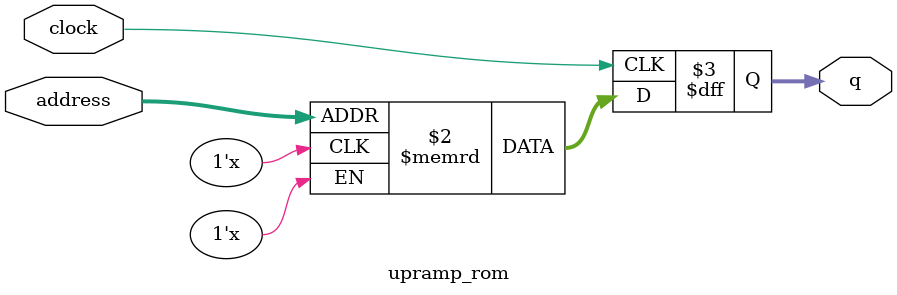
<source format=sv>
module upramp_rom (
	input logic clock,
	input logic [9:0] address,
	output logic [3:0] q
);

logic [3:0] memory [0:1023] /* synthesis ram_init_file = "./upramp/upramp.mif" */;

always_ff @ (posedge clock) begin
	q <= memory[address];
end

endmodule

</source>
